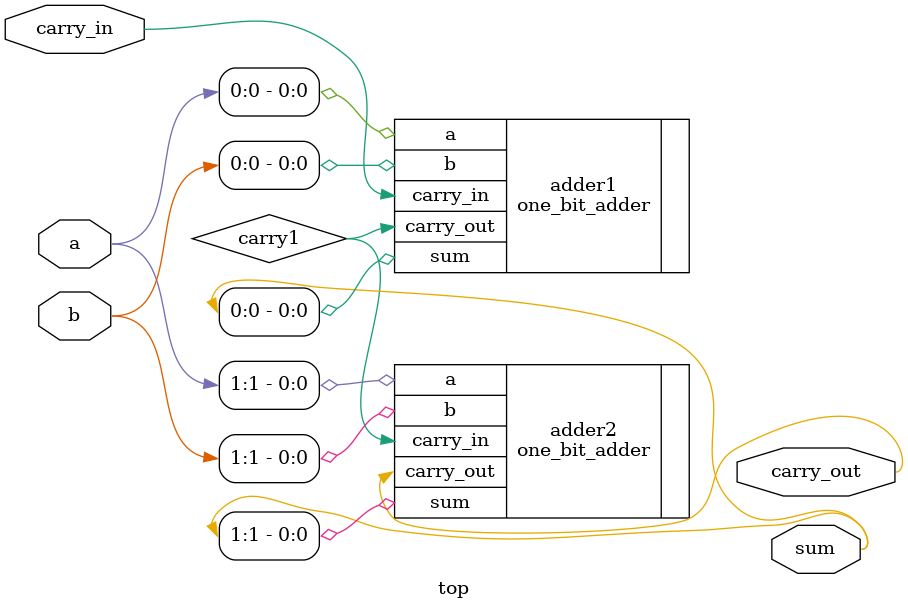
<source format=v>
module top(
	input [1:0] a, b, 			// two 2-bit input numbers
	input carry_in,				// carry input bit
	output [1:0] sum,			// 2-bit output sum
	output carry_out			// carry outputbit
);

wire carry1;

one_bit_adder adder1(.a(a[0]), .b(b[0]), .carry_in(carry_in), .sum(sum[0]), .carry_out(carry1));
one_bit_adder adder2(.a(a[1]), .b(b[1]), .carry_in(carry1)  , .sum(sum[1]), .carry_out(carry_out));

endmodule

</source>
